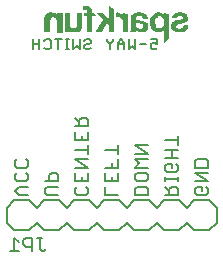
<source format=gbr>
G04 EAGLE Gerber RS-274X export*
G75*
%MOMM*%
%FSLAX34Y34*%
%LPD*%
%INSilkscreen Bottom*%
%IPPOS*%
%AMOC8*
5,1,8,0,0,1.08239X$1,22.5*%
G01*
%ADD10C,0.203200*%
%ADD11C,0.177800*%
%ADD12C,0.127000*%
%ADD13C,0.025400*%

G36*
X158689Y158803D02*
X158689Y158803D01*
X158691Y158802D01*
X158712Y158811D01*
X158772Y158834D01*
X162912Y162568D01*
X162914Y162574D01*
X162920Y162577D01*
X162944Y162637D01*
X162953Y162658D01*
X162952Y162660D01*
X162953Y162662D01*
X162953Y183236D01*
X162938Y183273D01*
X162928Y183312D01*
X162919Y183318D01*
X162915Y183327D01*
X162887Y183338D01*
X162851Y183360D01*
X158965Y184096D01*
X158950Y184093D01*
X158935Y184098D01*
X158903Y184083D01*
X158868Y184075D01*
X158860Y184062D01*
X158847Y184056D01*
X158832Y184017D01*
X158816Y183992D01*
X158819Y183981D01*
X158815Y183970D01*
X158839Y182053D01*
X158705Y182202D01*
X158704Y182203D01*
X158704Y182204D01*
X157815Y183169D01*
X157809Y183171D01*
X157805Y183178D01*
X157462Y183479D01*
X157451Y183483D01*
X157443Y183493D01*
X157049Y183726D01*
X157040Y183727D01*
X157032Y183734D01*
X155711Y184267D01*
X155700Y184267D01*
X155690Y184274D01*
X155208Y184376D01*
X155196Y184373D01*
X155184Y184378D01*
X153203Y184403D01*
X153192Y184399D01*
X153180Y184401D01*
X152095Y184218D01*
X152085Y184211D01*
X152071Y184211D01*
X151046Y183811D01*
X151039Y183803D01*
X151027Y183801D01*
X150125Y183260D01*
X150120Y183254D01*
X150111Y183251D01*
X149287Y182598D01*
X149281Y182588D01*
X149271Y182583D01*
X148479Y181693D01*
X148475Y181680D01*
X148463Y181671D01*
X147884Y180630D01*
X147882Y180618D01*
X147874Y180607D01*
X147200Y178494D01*
X147201Y178483D01*
X147195Y178472D01*
X146912Y176272D01*
X146915Y176261D01*
X146911Y176249D01*
X147029Y174034D01*
X147034Y174024D01*
X147032Y174012D01*
X147355Y172636D01*
X147362Y172627D01*
X147362Y172615D01*
X147918Y171315D01*
X147926Y171307D01*
X147928Y171296D01*
X148700Y170111D01*
X148709Y170105D01*
X148714Y170094D01*
X149371Y169387D01*
X149381Y169383D01*
X149387Y169373D01*
X150155Y168788D01*
X150166Y168786D01*
X150173Y168777D01*
X151029Y168331D01*
X151040Y168330D01*
X151049Y168322D01*
X151968Y168028D01*
X151978Y168029D01*
X151988Y168023D01*
X153200Y167834D01*
X153209Y167836D01*
X153218Y167833D01*
X154445Y167816D01*
X154453Y167819D01*
X154463Y167817D01*
X155680Y167972D01*
X155690Y167977D01*
X155702Y167977D01*
X156546Y168241D01*
X156556Y168249D01*
X156571Y168252D01*
X157340Y168689D01*
X157348Y168699D01*
X157362Y168704D01*
X158022Y169294D01*
X158028Y169306D01*
X158040Y169314D01*
X158560Y170030D01*
X158561Y170032D01*
X158561Y158928D01*
X158579Y158884D01*
X158596Y158841D01*
X158598Y158840D01*
X158599Y158837D01*
X158643Y158820D01*
X158687Y158802D01*
X158689Y158803D01*
G37*
G36*
X141139Y167819D02*
X141139Y167819D01*
X141150Y167824D01*
X141164Y167822D01*
X142536Y168130D01*
X142547Y168138D01*
X142562Y168139D01*
X143831Y168745D01*
X143840Y168755D01*
X143854Y168759D01*
X144302Y169101D01*
X144308Y169111D01*
X144320Y169117D01*
X144697Y169537D01*
X144701Y169548D01*
X144711Y169556D01*
X145003Y170039D01*
X145005Y170050D01*
X145013Y170060D01*
X145386Y171053D01*
X145386Y171064D01*
X145392Y171075D01*
X145581Y172119D01*
X145578Y172130D01*
X145583Y172142D01*
X145580Y173203D01*
X145577Y173210D01*
X145579Y173213D01*
X145576Y173220D01*
X145577Y173230D01*
X145371Y174171D01*
X145362Y174183D01*
X145361Y174200D01*
X144932Y175062D01*
X144922Y175071D01*
X144917Y175086D01*
X144419Y175695D01*
X144414Y175698D01*
X144412Y175702D01*
X144406Y175704D01*
X144401Y175713D01*
X143791Y176211D01*
X143779Y176214D01*
X143770Y176225D01*
X143074Y176591D01*
X143063Y176592D01*
X143054Y176599D01*
X141569Y177083D01*
X141561Y177082D01*
X141552Y177087D01*
X140015Y177365D01*
X140011Y177364D01*
X140006Y177367D01*
X137800Y177595D01*
X136494Y177821D01*
X136025Y177986D01*
X135597Y178232D01*
X135313Y178493D01*
X135253Y178580D01*
X135211Y178677D01*
X135100Y179198D01*
X135100Y179729D01*
X135211Y180250D01*
X135350Y180564D01*
X135549Y180843D01*
X135802Y181077D01*
X136116Y181270D01*
X136462Y181398D01*
X136831Y181459D01*
X138186Y181509D01*
X138773Y181455D01*
X139334Y181290D01*
X139798Y181035D01*
X140188Y180679D01*
X140483Y180241D01*
X140667Y179746D01*
X140730Y179215D01*
X140730Y179172D01*
X140731Y179170D01*
X140730Y179168D01*
X140750Y179125D01*
X140768Y179081D01*
X140770Y179081D01*
X140771Y179079D01*
X140856Y179046D01*
X144997Y179046D01*
X144998Y179044D01*
X145040Y179034D01*
X145082Y179020D01*
X145088Y179023D01*
X145094Y179022D01*
X145119Y179038D01*
X145164Y179059D01*
X145189Y179084D01*
X145189Y179085D01*
X145205Y179127D01*
X145224Y179176D01*
X145224Y179177D01*
X145204Y179219D01*
X145185Y179262D01*
X145063Y180153D01*
X145057Y180164D01*
X145057Y180179D01*
X144723Y181120D01*
X144714Y181130D01*
X144711Y181144D01*
X144192Y181997D01*
X144181Y182005D01*
X144176Y182018D01*
X143493Y182748D01*
X143481Y182753D01*
X143473Y182765D01*
X142656Y183339D01*
X142644Y183342D01*
X142635Y183351D01*
X141477Y183880D01*
X141467Y183880D01*
X141458Y183887D01*
X140229Y184221D01*
X140220Y184220D01*
X140211Y184224D01*
X138471Y184438D01*
X138463Y184435D01*
X138455Y184438D01*
X136701Y184430D01*
X136694Y184427D01*
X136685Y184429D01*
X134946Y184199D01*
X134938Y184194D01*
X134927Y184195D01*
X133513Y183770D01*
X133504Y183762D01*
X133490Y183761D01*
X132187Y183067D01*
X132178Y183057D01*
X132164Y183052D01*
X131602Y182569D01*
X131595Y182555D01*
X131581Y182546D01*
X131154Y181941D01*
X131151Y181926D01*
X131139Y181914D01*
X130872Y181223D01*
X130873Y181208D01*
X130865Y181193D01*
X130774Y180458D01*
X130776Y180450D01*
X130773Y180442D01*
X130773Y175616D01*
X130774Y175614D01*
X130773Y175612D01*
X130780Y175597D01*
X130748Y175513D01*
X130773Y171175D01*
X130671Y169838D01*
X130322Y168543D01*
X130248Y168344D01*
X130249Y168319D01*
X130240Y168296D01*
X130251Y168272D01*
X130252Y168246D01*
X130271Y168229D01*
X130281Y168207D01*
X130308Y168196D01*
X130326Y168180D01*
X130345Y168182D01*
X130366Y168174D01*
X134400Y168174D01*
X134436Y168171D01*
X134464Y168180D01*
X134504Y168184D01*
X134541Y168203D01*
X134560Y168225D01*
X134592Y168249D01*
X134614Y168285D01*
X134616Y168302D01*
X134628Y168318D01*
X134704Y168598D01*
X134703Y168601D01*
X134705Y168604D01*
X134932Y169633D01*
X134942Y169656D01*
X134948Y169662D01*
X134956Y169664D01*
X134965Y169663D01*
X134989Y169647D01*
X135816Y168944D01*
X135827Y168940D01*
X135836Y168930D01*
X136787Y168390D01*
X136798Y168389D01*
X136808Y168381D01*
X137843Y168028D01*
X137855Y168029D01*
X137865Y168023D01*
X139483Y167782D01*
X139493Y167785D01*
X139504Y167781D01*
X141139Y167819D01*
G37*
G36*
X116272Y168048D02*
X116272Y168048D01*
X116275Y168047D01*
X116358Y168084D01*
X116409Y168135D01*
X116411Y168138D01*
X116413Y168139D01*
X116446Y168224D01*
X116446Y187554D01*
X116438Y187573D01*
X116440Y187593D01*
X116419Y187620D01*
X116408Y187645D01*
X116394Y187650D01*
X116383Y187664D01*
X112243Y190026D01*
X112208Y190030D01*
X112176Y190042D01*
X112161Y190035D01*
X112145Y190037D01*
X112118Y190015D01*
X112087Y190001D01*
X112080Y189985D01*
X112068Y189975D01*
X112066Y189948D01*
X112054Y189916D01*
X112054Y178486D01*
X106579Y183960D01*
X106576Y183962D01*
X106575Y183964D01*
X106490Y183997D01*
X101816Y183997D01*
X101814Y183997D01*
X101813Y183997D01*
X101769Y183977D01*
X101725Y183959D01*
X101725Y183957D01*
X101723Y183956D01*
X101707Y183912D01*
X101690Y183867D01*
X101691Y183865D01*
X101690Y183864D01*
X101728Y183781D01*
X107419Y178215D01*
X100822Y168320D01*
X100815Y168282D01*
X100801Y168245D01*
X100806Y168235D01*
X100804Y168223D01*
X100826Y168192D01*
X100843Y168156D01*
X100854Y168152D01*
X100860Y168143D01*
X100890Y168138D01*
X100928Y168124D01*
X106008Y168149D01*
X106025Y168156D01*
X106043Y168154D01*
X106072Y168176D01*
X106098Y168188D01*
X106103Y168200D01*
X106115Y168210D01*
X110348Y175188D01*
X112003Y173581D01*
X112003Y168173D01*
X112004Y168171D01*
X112003Y168169D01*
X112023Y168126D01*
X112041Y168082D01*
X112043Y168082D01*
X112044Y168080D01*
X112129Y168047D01*
X116269Y168047D01*
X116272Y168048D01*
G37*
G36*
X84704Y167747D02*
X84704Y167747D01*
X84715Y167744D01*
X85748Y167891D01*
X85759Y167897D01*
X85772Y167897D01*
X86758Y168240D01*
X86767Y168248D01*
X86780Y168250D01*
X87682Y168776D01*
X87689Y168786D01*
X87702Y168791D01*
X87956Y169019D01*
X87962Y169030D01*
X87973Y169038D01*
X88634Y169923D01*
X88636Y169934D01*
X88646Y169943D01*
X89134Y170933D01*
X89134Y170945D01*
X89142Y170955D01*
X89442Y172018D01*
X89440Y172029D01*
X89446Y172041D01*
X89547Y173140D01*
X89545Y173146D01*
X89547Y173152D01*
X89547Y183947D01*
X89546Y183949D01*
X89547Y183951D01*
X89527Y183994D01*
X89509Y184038D01*
X89507Y184038D01*
X89506Y184040D01*
X89421Y184073D01*
X85281Y184073D01*
X85279Y184072D01*
X85277Y184073D01*
X85234Y184053D01*
X85190Y184035D01*
X85190Y184033D01*
X85188Y184032D01*
X85155Y183947D01*
X85155Y173950D01*
X85006Y173120D01*
X84663Y172352D01*
X84391Y171990D01*
X84050Y171689D01*
X83655Y171464D01*
X82966Y171241D01*
X82247Y171161D01*
X81526Y171228D01*
X80835Y171440D01*
X80325Y171728D01*
X79894Y172125D01*
X79567Y172610D01*
X79358Y173160D01*
X79133Y174364D01*
X79057Y175594D01*
X79057Y183896D01*
X79056Y183898D01*
X79057Y183900D01*
X79037Y183943D01*
X79019Y183987D01*
X79017Y183987D01*
X79016Y183989D01*
X78931Y184022D01*
X74715Y184022D01*
X74713Y184021D01*
X74711Y184022D01*
X74668Y184002D01*
X74624Y183984D01*
X74624Y183982D01*
X74622Y183981D01*
X74589Y183896D01*
X74589Y168275D01*
X74590Y168273D01*
X74589Y168271D01*
X74609Y168228D01*
X74627Y168184D01*
X74629Y168184D01*
X74630Y168182D01*
X74715Y168149D01*
X78728Y168149D01*
X78730Y168150D01*
X78732Y168149D01*
X78775Y168169D01*
X78819Y168187D01*
X78819Y168189D01*
X78821Y168190D01*
X78854Y168275D01*
X78854Y170332D01*
X79361Y169691D01*
X79369Y169687D01*
X79373Y169678D01*
X80200Y168893D01*
X80209Y168890D01*
X80214Y168882D01*
X81144Y168223D01*
X81153Y168221D01*
X81161Y168213D01*
X81406Y168091D01*
X81417Y168090D01*
X81426Y168083D01*
X81688Y168002D01*
X81697Y168003D01*
X81706Y167998D01*
X83184Y167775D01*
X83192Y167777D01*
X83200Y167773D01*
X84694Y167743D01*
X84704Y167747D01*
G37*
G36*
X72227Y168074D02*
X72227Y168074D01*
X72229Y168073D01*
X72272Y168093D01*
X72316Y168111D01*
X72316Y168113D01*
X72318Y168114D01*
X72351Y168199D01*
X72351Y183921D01*
X72350Y183923D01*
X72351Y183925D01*
X72331Y183968D01*
X72313Y184012D01*
X72311Y184012D01*
X72310Y184014D01*
X72225Y184047D01*
X68187Y184047D01*
X68185Y184046D01*
X68183Y184047D01*
X68140Y184027D01*
X68096Y184009D01*
X68096Y184007D01*
X68094Y184006D01*
X68061Y183921D01*
X68061Y181853D01*
X68019Y181882D01*
X67905Y182018D01*
X67628Y182396D01*
X67624Y182398D01*
X67622Y182403D01*
X67220Y182876D01*
X67213Y182880D01*
X67209Y182888D01*
X67014Y183064D01*
X66874Y183190D01*
X66748Y183304D01*
X66738Y183307D01*
X66730Y183317D01*
X65832Y183884D01*
X65819Y183887D01*
X65808Y183896D01*
X64812Y184265D01*
X64799Y184265D01*
X64786Y184272D01*
X63734Y184427D01*
X63724Y184424D01*
X63713Y184428D01*
X61707Y184378D01*
X61697Y184374D01*
X61684Y184376D01*
X60707Y184170D01*
X60695Y184162D01*
X60679Y184161D01*
X59774Y183739D01*
X59765Y183728D01*
X59750Y183724D01*
X58965Y183106D01*
X58959Y183095D01*
X58947Y183089D01*
X58458Y182514D01*
X58455Y182503D01*
X58445Y182496D01*
X58061Y181847D01*
X58059Y181836D01*
X58051Y181827D01*
X57782Y181122D01*
X57782Y181113D01*
X57777Y181104D01*
X57537Y179997D01*
X57539Y179988D01*
X57535Y179980D01*
X57444Y178851D01*
X57446Y178846D01*
X57444Y178841D01*
X57444Y168300D01*
X57445Y168298D01*
X57444Y168296D01*
X57464Y168253D01*
X57482Y168209D01*
X57484Y168209D01*
X57485Y168207D01*
X57570Y168174D01*
X61659Y168174D01*
X61661Y168175D01*
X61663Y168174D01*
X61706Y168194D01*
X61750Y168212D01*
X61750Y168214D01*
X61752Y168215D01*
X61785Y168300D01*
X61785Y177946D01*
X61850Y178664D01*
X62041Y179352D01*
X62351Y179994D01*
X62647Y180381D01*
X63021Y180690D01*
X63456Y180907D01*
X63756Y180984D01*
X64072Y181001D01*
X65177Y180951D01*
X65733Y180864D01*
X66249Y180660D01*
X66706Y180346D01*
X67223Y179777D01*
X67586Y179098D01*
X67803Y178348D01*
X67883Y177565D01*
X67883Y168199D01*
X67884Y168197D01*
X67883Y168195D01*
X67903Y168152D01*
X67921Y168108D01*
X67923Y168108D01*
X67924Y168106D01*
X68009Y168073D01*
X72225Y168073D01*
X72227Y168074D01*
G37*
G36*
X171922Y167795D02*
X171922Y167795D01*
X171929Y167793D01*
X174495Y167971D01*
X174504Y167976D01*
X174514Y167974D01*
X175435Y168186D01*
X175446Y168194D01*
X175460Y168195D01*
X176317Y168592D01*
X176323Y168599D01*
X176332Y168601D01*
X177526Y169363D01*
X177531Y169369D01*
X177539Y169372D01*
X178054Y169803D01*
X178059Y169814D01*
X178071Y169820D01*
X178491Y170344D01*
X178495Y170355D01*
X178505Y170364D01*
X178814Y170960D01*
X178815Y170969D01*
X178822Y170977D01*
X179254Y172247D01*
X179253Y172257D01*
X179258Y172266D01*
X179360Y172850D01*
X179359Y172857D01*
X179362Y172863D01*
X179387Y173219D01*
X179386Y173223D01*
X179387Y173226D01*
X179386Y173228D01*
X179387Y173232D01*
X179375Y173258D01*
X179372Y173288D01*
X179371Y173289D01*
X179371Y173290D01*
X179360Y173299D01*
X179355Y173312D01*
X179349Y173315D01*
X179346Y173321D01*
X179316Y173333D01*
X179296Y173349D01*
X179294Y173349D01*
X179293Y173350D01*
X179278Y173349D01*
X179266Y173354D01*
X179264Y173353D01*
X179261Y173354D01*
X175400Y173354D01*
X175398Y173353D01*
X175396Y173354D01*
X175353Y173334D01*
X175309Y173316D01*
X175309Y173314D01*
X175307Y173313D01*
X175274Y173228D01*
X175274Y173181D01*
X175245Y172684D01*
X175099Y172222D01*
X174843Y171808D01*
X174739Y171703D01*
X174613Y171577D01*
X174401Y171365D01*
X173874Y171028D01*
X173287Y170811D01*
X172725Y170738D01*
X171395Y170738D01*
X170792Y170812D01*
X170225Y171009D01*
X169712Y171321D01*
X169425Y171605D01*
X169216Y171950D01*
X169099Y172335D01*
X169082Y172739D01*
X169167Y173134D01*
X169348Y173496D01*
X169613Y173800D01*
X169949Y174031D01*
X171056Y174501D01*
X172230Y174807D01*
X175861Y175670D01*
X175868Y175675D01*
X175877Y175675D01*
X176685Y175981D01*
X176692Y175987D01*
X176702Y175989D01*
X177453Y176416D01*
X177459Y176423D01*
X177469Y176427D01*
X178146Y176964D01*
X178151Y176974D01*
X178162Y176980D01*
X178499Y177365D01*
X178503Y177378D01*
X178514Y177387D01*
X178763Y177834D01*
X178764Y177847D01*
X178773Y177858D01*
X178925Y178347D01*
X178923Y178359D01*
X178930Y178372D01*
X179035Y179508D01*
X179032Y179521D01*
X179035Y179534D01*
X178906Y180668D01*
X178900Y180679D01*
X178901Y180693D01*
X178543Y181777D01*
X178535Y181786D01*
X178533Y181800D01*
X178234Y182322D01*
X178224Y182329D01*
X178219Y182342D01*
X177825Y182797D01*
X177814Y182802D01*
X177807Y182814D01*
X177331Y183183D01*
X177320Y183186D01*
X177311Y183195D01*
X176030Y183849D01*
X176019Y183850D01*
X176009Y183857D01*
X174631Y184268D01*
X174620Y184267D01*
X174608Y184273D01*
X173179Y184428D01*
X173172Y184426D01*
X173165Y184428D01*
X171362Y184428D01*
X171356Y184426D01*
X171349Y184428D01*
X169956Y184288D01*
X169947Y184283D01*
X169936Y184284D01*
X168585Y183916D01*
X168576Y183909D01*
X168562Y183907D01*
X167465Y183369D01*
X167456Y183359D01*
X167442Y183355D01*
X166483Y182598D01*
X166477Y182588D01*
X166466Y182583D01*
X166118Y182187D01*
X166116Y182182D01*
X166115Y182182D01*
X166114Y182178D01*
X166106Y182172D01*
X165820Y181730D01*
X165818Y181720D01*
X165811Y181713D01*
X165455Y180925D01*
X165455Y180920D01*
X165451Y180916D01*
X165248Y180358D01*
X165250Y180334D01*
X165245Y180322D01*
X165248Y180315D01*
X165243Y180290D01*
X165252Y180276D01*
X165243Y180264D01*
X165245Y180258D01*
X165241Y180251D01*
X165165Y179540D01*
X165167Y179534D01*
X165166Y179530D01*
X165167Y179528D01*
X165165Y179523D01*
X165182Y179486D01*
X165194Y179446D01*
X165202Y179442D01*
X165206Y179434D01*
X165256Y179414D01*
X165282Y179401D01*
X165286Y179403D01*
X165291Y179401D01*
X169177Y179401D01*
X169221Y179419D01*
X169265Y179437D01*
X169266Y179438D01*
X169268Y179439D01*
X169275Y179458D01*
X169303Y179519D01*
X169319Y179779D01*
X169374Y180022D01*
X169524Y180374D01*
X169742Y180687D01*
X170018Y180951D01*
X170440Y181222D01*
X170907Y181411D01*
X171403Y181509D01*
X172251Y181553D01*
X173099Y181509D01*
X173548Y181424D01*
X173972Y181267D01*
X174273Y181072D01*
X174506Y180804D01*
X174661Y180462D01*
X174709Y180090D01*
X174644Y179721D01*
X174460Y179360D01*
X174225Y179117D01*
X174177Y179067D01*
X173502Y178651D01*
X172750Y178379D01*
X170727Y177975D01*
X170726Y177974D01*
X170725Y177974D01*
X169002Y177593D01*
X168995Y177588D01*
X168986Y177588D01*
X167330Y176978D01*
X167324Y176972D01*
X167314Y176971D01*
X166558Y176566D01*
X166552Y176559D01*
X166543Y176556D01*
X165851Y176048D01*
X165846Y176038D01*
X165834Y176033D01*
X165502Y175683D01*
X165497Y175671D01*
X165486Y175662D01*
X165234Y175250D01*
X165232Y175236D01*
X165222Y175224D01*
X164885Y174221D01*
X164886Y174206D01*
X164878Y174192D01*
X164784Y173137D01*
X164787Y173128D01*
X164784Y173117D01*
X164860Y172076D01*
X164864Y172068D01*
X164863Y172058D01*
X165006Y171394D01*
X165012Y171384D01*
X165013Y171371D01*
X165279Y170746D01*
X165287Y170737D01*
X165290Y170725D01*
X165669Y170161D01*
X165679Y170154D01*
X165684Y170143D01*
X166410Y169400D01*
X166420Y169396D01*
X166426Y169385D01*
X167270Y168779D01*
X167280Y168777D01*
X167289Y168768D01*
X168224Y168317D01*
X168235Y168316D01*
X168245Y168309D01*
X169245Y168027D01*
X169253Y168028D01*
X169262Y168023D01*
X170576Y167841D01*
X170583Y167843D01*
X170589Y167840D01*
X171916Y167793D01*
X171922Y167795D01*
G37*
G36*
X98059Y168074D02*
X98059Y168074D01*
X98061Y168073D01*
X98104Y168093D01*
X98148Y168111D01*
X98148Y168113D01*
X98150Y168114D01*
X98183Y168199D01*
X98183Y181079D01*
X102046Y181103D01*
X102047Y181103D01*
X102092Y181123D01*
X102136Y181142D01*
X102137Y181143D01*
X102154Y181188D01*
X102171Y181234D01*
X102171Y181235D01*
X102134Y181318D01*
X99467Y183985D01*
X99464Y183987D01*
X99463Y183989D01*
X99378Y184022D01*
X98132Y184022D01*
X98132Y184353D01*
X98130Y184358D01*
X98132Y184363D01*
X97955Y186497D01*
X97950Y186507D01*
X97950Y186508D01*
X97950Y186509D01*
X97950Y186510D01*
X97951Y186519D01*
X97803Y187086D01*
X97796Y187095D01*
X97795Y187107D01*
X97547Y187638D01*
X97538Y187646D01*
X97535Y187658D01*
X97195Y188135D01*
X97185Y188141D01*
X97179Y188153D01*
X96436Y188863D01*
X96426Y188867D01*
X96424Y188871D01*
X96421Y188872D01*
X96417Y188878D01*
X95549Y189428D01*
X95537Y189430D01*
X95527Y189439D01*
X94569Y189808D01*
X94556Y189808D01*
X94545Y189815D01*
X93532Y189989D01*
X93522Y189987D01*
X93511Y189991D01*
X91961Y189991D01*
X91958Y189990D01*
X91954Y189991D01*
X90637Y189915D01*
X90615Y189915D01*
X90613Y189914D01*
X90611Y189915D01*
X90568Y189895D01*
X90524Y189877D01*
X90524Y189875D01*
X90522Y189874D01*
X90489Y189789D01*
X90489Y186766D01*
X90490Y186764D01*
X90489Y186762D01*
X90509Y186719D01*
X90527Y186675D01*
X90529Y186675D01*
X90530Y186673D01*
X90615Y186640D01*
X90691Y186640D01*
X90696Y186642D01*
X90703Y186640D01*
X90983Y186666D01*
X91898Y186751D01*
X92798Y186668D01*
X93080Y186571D01*
X93320Y186401D01*
X93502Y186169D01*
X93677Y185746D01*
X93740Y185284D01*
X93740Y184022D01*
X90894Y184022D01*
X90892Y184021D01*
X90890Y184022D01*
X90847Y184002D01*
X90803Y183984D01*
X90803Y183982D01*
X90801Y183981D01*
X90768Y183896D01*
X90768Y181229D01*
X90769Y181227D01*
X90768Y181225D01*
X90788Y181182D01*
X90806Y181138D01*
X90808Y181138D01*
X90809Y181136D01*
X90894Y181103D01*
X93766Y181103D01*
X93766Y168199D01*
X93767Y168197D01*
X93766Y168195D01*
X93786Y168152D01*
X93804Y168108D01*
X93806Y168108D01*
X93807Y168106D01*
X93892Y168073D01*
X98057Y168073D01*
X98059Y168074D01*
G37*
G36*
X128184Y168175D02*
X128184Y168175D01*
X128186Y168174D01*
X128229Y168194D01*
X128273Y168212D01*
X128274Y168214D01*
X128276Y168215D01*
X128308Y168300D01*
X128282Y183185D01*
X128266Y183223D01*
X128256Y183262D01*
X128247Y183267D01*
X128244Y183276D01*
X128215Y183287D01*
X128178Y183309D01*
X124317Y183995D01*
X124304Y183992D01*
X124291Y183997D01*
X124257Y183982D01*
X124221Y183973D01*
X124214Y183962D01*
X124202Y183956D01*
X124186Y183915D01*
X124170Y183889D01*
X124172Y183880D01*
X124169Y183871D01*
X124169Y181091D01*
X124122Y181106D01*
X123943Y181374D01*
X123257Y182416D01*
X123252Y182420D01*
X123249Y182427D01*
X122933Y182810D01*
X122920Y182817D01*
X122912Y182830D01*
X122518Y183132D01*
X122513Y183133D01*
X122510Y183137D01*
X121621Y183722D01*
X121618Y183723D01*
X121615Y183726D01*
X121004Y184079D01*
X120992Y184081D01*
X120981Y184090D01*
X120311Y184313D01*
X120299Y184312D01*
X120287Y184318D01*
X119586Y184402D01*
X119576Y184399D01*
X119564Y184403D01*
X118192Y184327D01*
X118149Y184306D01*
X118106Y184286D01*
X118105Y184284D01*
X118104Y184284D01*
X118098Y184266D01*
X118073Y184201D01*
X118073Y180340D01*
X118074Y180338D01*
X118073Y180336D01*
X118093Y180293D01*
X118111Y180249D01*
X118113Y180249D01*
X118114Y180247D01*
X118199Y180214D01*
X118225Y180214D01*
X118234Y180218D01*
X118246Y180215D01*
X118398Y180240D01*
X118400Y180242D01*
X118403Y180241D01*
X119000Y180366D01*
X120525Y180366D01*
X121067Y180274D01*
X121585Y180093D01*
X122064Y179829D01*
X122731Y179269D01*
X123256Y178577D01*
X123617Y177784D01*
X123817Y176965D01*
X123890Y176119D01*
X123890Y168300D01*
X123891Y168298D01*
X123890Y168296D01*
X123910Y168253D01*
X123928Y168209D01*
X123930Y168209D01*
X123931Y168207D01*
X124016Y168174D01*
X128182Y168174D01*
X128184Y168175D01*
G37*
%LPC*%
G36*
X153722Y171241D02*
X153722Y171241D01*
X152983Y171579D01*
X152357Y172095D01*
X151885Y172753D01*
X151596Y173514D01*
X151292Y175461D01*
X151295Y177432D01*
X151486Y178402D01*
X151889Y179301D01*
X152486Y180087D01*
X153245Y180717D01*
X153745Y180977D01*
X154287Y181133D01*
X154854Y181179D01*
X155929Y181128D01*
X156301Y181054D01*
X156639Y180892D01*
X157352Y180336D01*
X157949Y179656D01*
X158362Y178949D01*
X158629Y178175D01*
X158739Y177360D01*
X158713Y174814D01*
X158589Y174045D01*
X158364Y173370D01*
X158365Y173358D01*
X158359Y173346D01*
X158354Y173309D01*
X158362Y173282D01*
X158362Y173271D01*
X158334Y173258D01*
X158290Y173238D01*
X158290Y173237D01*
X158289Y173237D01*
X158256Y173152D01*
X158256Y173114D01*
X158244Y173055D01*
X158202Y172995D01*
X158202Y172994D01*
X158201Y172993D01*
X158150Y172917D01*
X158149Y172911D01*
X158144Y172906D01*
X157844Y172342D01*
X157432Y171873D01*
X156923Y171510D01*
X156246Y171220D01*
X155524Y171068D01*
X154613Y171062D01*
X153722Y171241D01*
G37*
%LPD*%
%LPC*%
G36*
X137027Y170862D02*
X137027Y170862D01*
X136705Y170984D01*
X136414Y171169D01*
X135670Y171888D01*
X135520Y172107D01*
X135413Y172356D01*
X135366Y172521D01*
X135159Y173591D01*
X135089Y174680D01*
X135089Y175514D01*
X135088Y175516D01*
X135089Y175518D01*
X135069Y175561D01*
X135069Y175563D01*
X135089Y175616D01*
X135089Y175908D01*
X135231Y175781D01*
X135246Y175776D01*
X135257Y175763D01*
X135464Y175656D01*
X135476Y175655D01*
X135486Y175647D01*
X136450Y175359D01*
X136458Y175360D01*
X136465Y175356D01*
X137457Y175187D01*
X137461Y175188D01*
X137465Y175185D01*
X138908Y175033D01*
X139458Y174928D01*
X139976Y174731D01*
X140450Y174447D01*
X140718Y174203D01*
X140922Y173905D01*
X141142Y173363D01*
X141249Y172788D01*
X141238Y172203D01*
X141167Y171895D01*
X141032Y171610D01*
X140841Y171360D01*
X140479Y171063D01*
X140058Y170860D01*
X139597Y170763D01*
X138069Y170713D01*
X137027Y170862D01*
G37*
%LPD*%
D10*
X68843Y29591D02*
X59946Y29591D01*
X58166Y31371D01*
X58166Y34930D01*
X59946Y36709D01*
X68843Y36709D01*
X68843Y41285D02*
X58166Y41285D01*
X68843Y41285D02*
X68843Y46624D01*
X67064Y48403D01*
X63505Y48403D01*
X61725Y46624D01*
X61725Y41285D01*
X134366Y29591D02*
X145043Y29591D01*
X134366Y29591D02*
X134366Y34930D01*
X136146Y36709D01*
X143264Y36709D01*
X145043Y34930D01*
X145043Y29591D01*
X145043Y43064D02*
X145043Y46624D01*
X145043Y43064D02*
X143264Y41285D01*
X136146Y41285D01*
X134366Y43064D01*
X134366Y46624D01*
X136146Y48403D01*
X143264Y48403D01*
X145043Y46624D01*
X145043Y52979D02*
X134366Y52979D01*
X137925Y56538D01*
X134366Y60097D01*
X145043Y60097D01*
X145043Y64673D02*
X134366Y64673D01*
X134366Y71791D02*
X145043Y64673D01*
X145043Y71791D02*
X134366Y71791D01*
X119643Y29591D02*
X108966Y29591D01*
X108966Y36709D01*
X119643Y41285D02*
X119643Y48403D01*
X119643Y41285D02*
X108966Y41285D01*
X108966Y48403D01*
X114305Y44844D02*
X114305Y41285D01*
X119643Y52979D02*
X108966Y52979D01*
X119643Y52979D02*
X119643Y60097D01*
X114305Y56538D02*
X114305Y52979D01*
X108966Y68232D02*
X119643Y68232D01*
X119643Y64673D02*
X119643Y71791D01*
X159766Y29591D02*
X170443Y29591D01*
X170443Y34930D01*
X168664Y36709D01*
X165105Y36709D01*
X163325Y34930D01*
X163325Y29591D01*
X163325Y33150D02*
X159766Y36709D01*
X159766Y41285D02*
X159766Y44844D01*
X159766Y43064D02*
X170443Y43064D01*
X170443Y41285D02*
X170443Y44844D01*
X170443Y54420D02*
X168664Y56199D01*
X170443Y54420D02*
X170443Y50860D01*
X168664Y49081D01*
X161546Y49081D01*
X159766Y50860D01*
X159766Y54420D01*
X161546Y56199D01*
X165105Y56199D01*
X165105Y52640D01*
X170443Y60775D02*
X159766Y60775D01*
X165105Y60775D02*
X165105Y67893D01*
X170443Y67893D02*
X159766Y67893D01*
X159766Y76028D02*
X170443Y76028D01*
X170443Y72469D02*
X170443Y79587D01*
X94243Y34930D02*
X92464Y36709D01*
X94243Y34930D02*
X94243Y31371D01*
X92464Y29591D01*
X85346Y29591D01*
X83566Y31371D01*
X83566Y34930D01*
X85346Y36709D01*
X94243Y41285D02*
X94243Y48403D01*
X94243Y41285D02*
X83566Y41285D01*
X83566Y48403D01*
X88905Y44844D02*
X88905Y41285D01*
X94243Y52979D02*
X83566Y52979D01*
X83566Y60097D02*
X94243Y52979D01*
X94243Y60097D02*
X83566Y60097D01*
X83566Y68232D02*
X94243Y68232D01*
X94243Y64673D02*
X94243Y71791D01*
X94243Y76367D02*
X94243Y83485D01*
X94243Y76367D02*
X83566Y76367D01*
X83566Y83485D01*
X88905Y79926D02*
X88905Y76367D01*
X94243Y88061D02*
X83566Y88061D01*
X94243Y88061D02*
X94243Y93399D01*
X92464Y95179D01*
X88905Y95179D01*
X87125Y93399D01*
X87125Y88061D01*
X87125Y91620D02*
X83566Y95179D01*
X43443Y29591D02*
X36325Y29591D01*
X32766Y33150D01*
X36325Y36709D01*
X43443Y36709D01*
X43443Y46624D02*
X41664Y48403D01*
X43443Y46624D02*
X43443Y43064D01*
X41664Y41285D01*
X34546Y41285D01*
X32766Y43064D01*
X32766Y46624D01*
X34546Y48403D01*
X43443Y58318D02*
X41664Y60097D01*
X43443Y58318D02*
X43443Y54758D01*
X41664Y52979D01*
X34546Y52979D01*
X32766Y54758D01*
X32766Y58318D01*
X34546Y60097D01*
X194064Y36709D02*
X195843Y34930D01*
X195843Y31371D01*
X194064Y29591D01*
X186946Y29591D01*
X185166Y31371D01*
X185166Y34930D01*
X186946Y36709D01*
X190505Y36709D01*
X190505Y33150D01*
X195843Y41285D02*
X185166Y41285D01*
X185166Y48403D02*
X195843Y41285D01*
X195843Y48403D02*
X185166Y48403D01*
X185166Y52979D02*
X195843Y52979D01*
X185166Y52979D02*
X185166Y58318D01*
X186946Y60097D01*
X194064Y60097D01*
X195843Y58318D01*
X195843Y52979D01*
D11*
X153099Y161678D02*
X147506Y161678D01*
X153099Y161678D02*
X153099Y157484D01*
X150303Y158882D01*
X148904Y158882D01*
X147506Y157484D01*
X147506Y154687D01*
X148904Y153289D01*
X151701Y153289D01*
X153099Y154687D01*
X143744Y157484D02*
X138151Y157484D01*
X134389Y161678D02*
X134389Y153289D01*
X131592Y156085D01*
X128796Y153289D01*
X128796Y161678D01*
X125033Y158882D02*
X125033Y153289D01*
X125033Y158882D02*
X122237Y161678D01*
X119441Y158882D01*
X119441Y153289D01*
X119441Y157484D02*
X125033Y157484D01*
X115678Y160280D02*
X115678Y161678D01*
X115678Y160280D02*
X112882Y157484D01*
X110086Y160280D01*
X110086Y161678D01*
X112882Y157484D02*
X112882Y153289D01*
X92773Y161678D02*
X91375Y160280D01*
X92773Y161678D02*
X95570Y161678D01*
X96968Y160280D01*
X96968Y158882D01*
X95570Y157484D01*
X92773Y157484D01*
X91375Y156085D01*
X91375Y154687D01*
X92773Y153289D01*
X95570Y153289D01*
X96968Y154687D01*
X87613Y153289D02*
X87613Y161678D01*
X84816Y156085D02*
X87613Y153289D01*
X84816Y156085D02*
X82020Y153289D01*
X82020Y161678D01*
X78258Y153289D02*
X75461Y153289D01*
X76859Y153289D02*
X76859Y161678D01*
X75461Y161678D02*
X78258Y161678D01*
X69224Y161678D02*
X69224Y153289D01*
X72021Y161678D02*
X66428Y161678D01*
X58471Y161678D02*
X57073Y160280D01*
X58471Y161678D02*
X61267Y161678D01*
X62666Y160280D01*
X62666Y154687D01*
X61267Y153289D01*
X58471Y153289D01*
X57073Y154687D01*
X53310Y153289D02*
X53310Y161678D01*
X53310Y157484D02*
X47718Y157484D01*
X47718Y161678D02*
X47718Y153289D01*
D10*
X184150Y0D02*
X196850Y0D01*
X203200Y6350D01*
X203200Y19050D02*
X196850Y25400D01*
X158750Y0D02*
X152400Y6350D01*
X158750Y0D02*
X171450Y0D01*
X177800Y6350D01*
X177800Y19050D02*
X171450Y25400D01*
X158750Y25400D01*
X152400Y19050D01*
X177800Y6350D02*
X184150Y0D01*
X177800Y19050D02*
X184150Y25400D01*
X196850Y25400D01*
X120650Y0D02*
X107950Y0D01*
X120650Y0D02*
X127000Y6350D01*
X127000Y19050D02*
X120650Y25400D01*
X127000Y6350D02*
X133350Y0D01*
X146050Y0D01*
X152400Y6350D01*
X152400Y19050D02*
X146050Y25400D01*
X133350Y25400D01*
X127000Y19050D01*
X82550Y0D02*
X76200Y6350D01*
X82550Y0D02*
X95250Y0D01*
X101600Y6350D01*
X101600Y19050D02*
X95250Y25400D01*
X82550Y25400D01*
X76200Y19050D01*
X101600Y6350D02*
X107950Y0D01*
X101600Y19050D02*
X107950Y25400D01*
X120650Y25400D01*
X44450Y0D02*
X31750Y0D01*
X44450Y0D02*
X50800Y6350D01*
X50800Y19050D02*
X44450Y25400D01*
X50800Y6350D02*
X57150Y0D01*
X69850Y0D01*
X76200Y6350D01*
X76200Y19050D02*
X69850Y25400D01*
X57150Y25400D01*
X50800Y19050D01*
X25400Y19050D02*
X25400Y6350D01*
X31750Y0D01*
X25400Y19050D02*
X31750Y25400D01*
X44450Y25400D01*
X203200Y19050D02*
X203200Y6350D01*
D12*
X59085Y-15746D02*
X57178Y-17653D01*
X55272Y-17653D01*
X53365Y-15746D01*
X53365Y-6213D01*
X55272Y-6213D02*
X51458Y-6213D01*
X47391Y-6213D02*
X47391Y-17653D01*
X47391Y-6213D02*
X41671Y-6213D01*
X39765Y-8120D01*
X39765Y-11933D01*
X41671Y-13840D01*
X47391Y-13840D01*
X35697Y-10027D02*
X31884Y-6213D01*
X31884Y-17653D01*
X35697Y-17653D02*
X28071Y-17653D01*
D13*
X72225Y168199D02*
X72225Y183921D01*
X68187Y183921D01*
X68187Y181712D01*
X68111Y181712D01*
X68083Y181714D01*
X68055Y181718D01*
X68028Y181727D01*
X68002Y181738D01*
X67977Y181752D01*
X67954Y181769D01*
X67933Y181788D01*
X67889Y181837D01*
X67846Y181888D01*
X67806Y181940D01*
X67526Y182321D01*
X67451Y182419D01*
X67373Y182516D01*
X67292Y182611D01*
X67209Y182703D01*
X67124Y182794D01*
X67036Y182882D01*
X66946Y182967D01*
X66854Y183051D01*
X66760Y183131D01*
X66663Y183210D01*
X66664Y183210D02*
X66553Y183295D01*
X66441Y183376D01*
X66326Y183455D01*
X66209Y183530D01*
X66091Y183602D01*
X65970Y183671D01*
X65848Y183736D01*
X65723Y183799D01*
X65597Y183857D01*
X65470Y183913D01*
X65341Y183964D01*
X65211Y184013D01*
X65079Y184057D01*
X64947Y184098D01*
X64813Y184136D01*
X64678Y184170D01*
X64543Y184200D01*
X64406Y184226D01*
X64269Y184249D01*
X64132Y184268D01*
X63993Y184283D01*
X63855Y184295D01*
X63716Y184302D01*
X63381Y184312D01*
X63047Y184315D01*
X62712Y184310D01*
X62378Y184298D01*
X62044Y184279D01*
X61710Y184252D01*
X61580Y184238D01*
X61450Y184220D01*
X61322Y184198D01*
X61194Y184173D01*
X61067Y184143D01*
X60940Y184110D01*
X60815Y184073D01*
X60691Y184032D01*
X60568Y183988D01*
X60447Y183940D01*
X60327Y183888D01*
X60209Y183833D01*
X60092Y183774D01*
X59978Y183712D01*
X59865Y183647D01*
X59754Y183578D01*
X59645Y183505D01*
X59539Y183430D01*
X59435Y183351D01*
X59333Y183270D01*
X59234Y183185D01*
X59137Y183097D01*
X59043Y183007D01*
X58955Y182917D01*
X58869Y182824D01*
X58786Y182730D01*
X58706Y182633D01*
X58629Y182533D01*
X58554Y182432D01*
X58482Y182328D01*
X58414Y182223D01*
X58348Y182115D01*
X58285Y182006D01*
X58226Y181895D01*
X58169Y181782D01*
X58116Y181668D01*
X58066Y181552D01*
X58020Y181435D01*
X57976Y181317D01*
X57937Y181197D01*
X57900Y181077D01*
X57845Y180878D01*
X57796Y180678D01*
X57751Y180477D01*
X57711Y180275D01*
X57676Y180072D01*
X57646Y179868D01*
X57621Y179663D01*
X57600Y179458D01*
X57585Y179253D01*
X57575Y179047D01*
X57570Y178841D01*
X57570Y168300D01*
X61659Y168300D01*
X61659Y177952D01*
X61661Y178075D01*
X61666Y178198D01*
X61676Y178321D01*
X61688Y178444D01*
X61705Y178565D01*
X61725Y178687D01*
X61749Y178808D01*
X61777Y178928D01*
X61808Y179047D01*
X61842Y179165D01*
X61880Y179282D01*
X61922Y179398D01*
X61967Y179512D01*
X62016Y179625D01*
X62068Y179737D01*
X62123Y179847D01*
X62181Y179955D01*
X62243Y180061D01*
X62291Y180138D01*
X62343Y180213D01*
X62397Y180286D01*
X62454Y180356D01*
X62514Y180425D01*
X62577Y180491D01*
X62642Y180554D01*
X62710Y180615D01*
X62780Y180672D01*
X62852Y180727D01*
X62927Y180779D01*
X63003Y180829D01*
X63082Y180874D01*
X63162Y180917D01*
X63244Y180957D01*
X63327Y180993D01*
X63412Y181026D01*
X63483Y181050D01*
X63554Y181071D01*
X63627Y181089D01*
X63700Y181103D01*
X63774Y181115D01*
X63848Y181123D01*
X63923Y181128D01*
X63997Y181129D01*
X64072Y181127D01*
X64072Y181128D02*
X65190Y181078D01*
X65190Y181077D02*
X65287Y181070D01*
X65384Y181061D01*
X65480Y181048D01*
X65576Y181031D01*
X65672Y181010D01*
X65766Y180987D01*
X65860Y180959D01*
X65952Y180928D01*
X66043Y180894D01*
X66133Y180856D01*
X66221Y180816D01*
X66308Y180771D01*
X66393Y180724D01*
X66477Y180673D01*
X66558Y180620D01*
X66637Y180563D01*
X66715Y180504D01*
X66789Y180442D01*
X66790Y180441D02*
X66869Y180370D01*
X66947Y180297D01*
X67022Y180220D01*
X67094Y180142D01*
X67164Y180061D01*
X67231Y179978D01*
X67295Y179893D01*
X67357Y179806D01*
X67415Y179716D01*
X67471Y179625D01*
X67524Y179532D01*
X67574Y179438D01*
X67620Y179342D01*
X67664Y179244D01*
X67704Y179145D01*
X67704Y179146D02*
X67747Y179030D01*
X67787Y178912D01*
X67824Y178794D01*
X67857Y178674D01*
X67887Y178554D01*
X67914Y178433D01*
X67938Y178311D01*
X67958Y178189D01*
X67975Y178066D01*
X67989Y177943D01*
X67999Y177819D01*
X68005Y177695D01*
X68009Y177571D01*
X68011Y177229D01*
X68009Y176887D01*
X68009Y176886D02*
X68009Y168199D01*
X72225Y168199D01*
M02*

</source>
